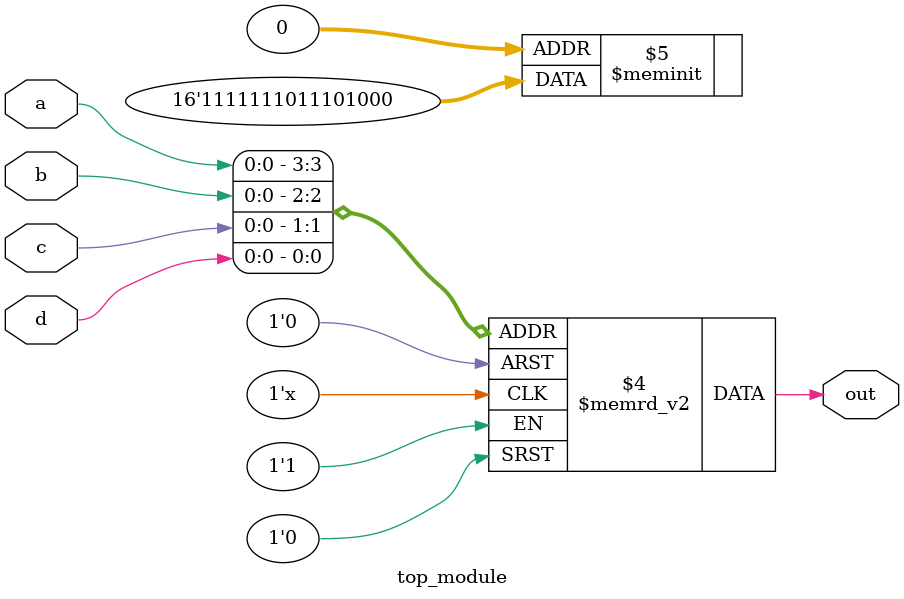
<source format=sv>
module top_module (
    input a,
    input b,
    input c,
    input d,
    output reg out
);

    always @(a, b, c, d)
        case ({a, b, c, d})
            4'b0000: out = 1'b0;
            4'b0001: out = 1'b0;
            4'b0010: out = 1'b0;
            4'b0011: out = 1'b1;
            4'b0100: out = 1'b0;
            4'b0101: out = 1'b1;
            4'b0110: out = 1'b1;
            4'b0111: out = 1'b1;
            4'b1000: out = 1'b0;
            4'b1001: out = 1'b1;
            4'b1010: out = 1'b1;
            4'b1011: out = 1'b1;
            4'b1100: out = 1'b1;
            4'b1101: out = 1'b1;
            4'b1110: out = 1'b1;
            4'b1111: out = 1'b1;
        endcase

endmodule

</source>
